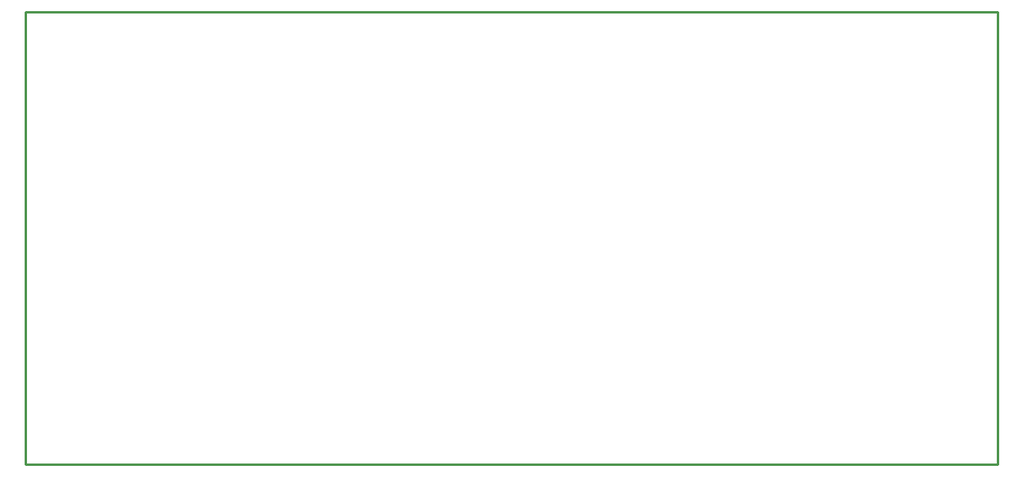
<source format=gbr>
G04 start of page 6 for group 4 idx 4 *
G04 Title: board, outline *
G04 Creator: pcb 20140316 *
G04 CreationDate: Mon 15 Jan 2018 01:30:57 AM GMT UTC *
G04 For: brian *
G04 Format: Gerber/RS-274X *
G04 PCB-Dimensions (mil): 6000.00 5000.00 *
G04 PCB-Coordinate-Origin: lower left *
%MOIN*%
%FSLAX25Y25*%
%LNOUTLINE*%
%ADD105C,0.0100*%
G54D105*X122000Y325000D02*X530000D01*
Y135000D01*
X122000D01*
Y325000D01*
M02*

</source>
